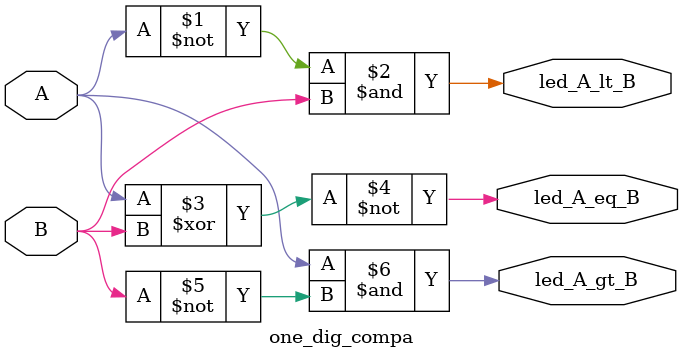
<source format=v>
module one_dig_compa(

	 input  wire A, 
    input  wire B, 

    
    output wire led_A_lt_B, 
    output wire led_A_eq_B, 
    output wire led_A_gt_B  

);

 

    assign led_A_lt_B = (~A) & B;

    
    assign led_A_eq_B = ~(A ^ B);

    
    assign led_A_gt_B = A & (~B);

endmodule
</source>
